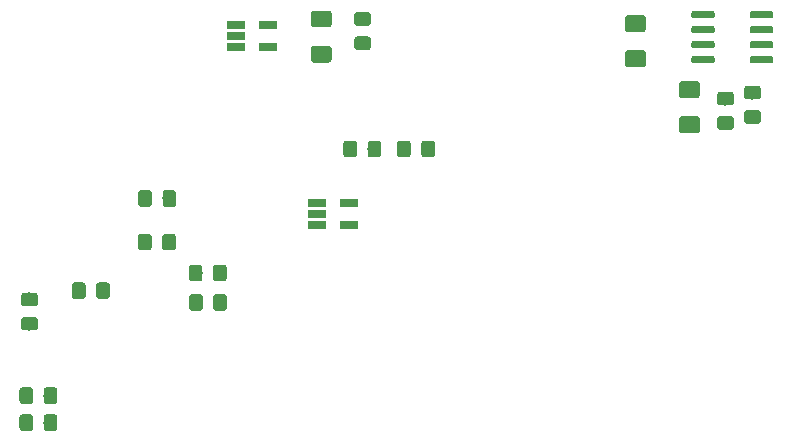
<source format=gbp>
G04 #@! TF.GenerationSoftware,KiCad,Pcbnew,(5.1.2)-1*
G04 #@! TF.CreationDate,2022-03-06T16:41:06-05:00*
G04 #@! TF.ProjectId,telemetry_receiver,74656c65-6d65-4747-9279-5f7265636569,rev?*
G04 #@! TF.SameCoordinates,Original*
G04 #@! TF.FileFunction,Paste,Bot*
G04 #@! TF.FilePolarity,Positive*
%FSLAX46Y46*%
G04 Gerber Fmt 4.6, Leading zero omitted, Abs format (unit mm)*
G04 Created by KiCad (PCBNEW (5.1.2)-1) date 2022-03-06 16:41:06*
%MOMM*%
%LPD*%
G04 APERTURE LIST*
%ADD10C,0.100000*%
%ADD11C,1.425000*%
%ADD12C,1.150000*%
%ADD13R,1.560000X0.650000*%
%ADD14C,0.600000*%
G04 APERTURE END LIST*
D10*
G36*
X154827504Y-77266704D02*
G01*
X154851773Y-77270304D01*
X154875571Y-77276265D01*
X154898671Y-77284530D01*
X154920849Y-77295020D01*
X154941893Y-77307633D01*
X154961598Y-77322247D01*
X154979777Y-77338723D01*
X154996253Y-77356902D01*
X155010867Y-77376607D01*
X155023480Y-77397651D01*
X155033970Y-77419829D01*
X155042235Y-77442929D01*
X155048196Y-77466727D01*
X155051796Y-77490996D01*
X155053000Y-77515500D01*
X155053000Y-78440500D01*
X155051796Y-78465004D01*
X155048196Y-78489273D01*
X155042235Y-78513071D01*
X155033970Y-78536171D01*
X155023480Y-78558349D01*
X155010867Y-78579393D01*
X154996253Y-78599098D01*
X154979777Y-78617277D01*
X154961598Y-78633753D01*
X154941893Y-78648367D01*
X154920849Y-78660980D01*
X154898671Y-78671470D01*
X154875571Y-78679735D01*
X154851773Y-78685696D01*
X154827504Y-78689296D01*
X154803000Y-78690500D01*
X153553000Y-78690500D01*
X153528496Y-78689296D01*
X153504227Y-78685696D01*
X153480429Y-78679735D01*
X153457329Y-78671470D01*
X153435151Y-78660980D01*
X153414107Y-78648367D01*
X153394402Y-78633753D01*
X153376223Y-78617277D01*
X153359747Y-78599098D01*
X153345133Y-78579393D01*
X153332520Y-78558349D01*
X153322030Y-78536171D01*
X153313765Y-78513071D01*
X153307804Y-78489273D01*
X153304204Y-78465004D01*
X153303000Y-78440500D01*
X153303000Y-77515500D01*
X153304204Y-77490996D01*
X153307804Y-77466727D01*
X153313765Y-77442929D01*
X153322030Y-77419829D01*
X153332520Y-77397651D01*
X153345133Y-77376607D01*
X153359747Y-77356902D01*
X153376223Y-77338723D01*
X153394402Y-77322247D01*
X153414107Y-77307633D01*
X153435151Y-77295020D01*
X153457329Y-77284530D01*
X153480429Y-77276265D01*
X153504227Y-77270304D01*
X153528496Y-77266704D01*
X153553000Y-77265500D01*
X154803000Y-77265500D01*
X154827504Y-77266704D01*
X154827504Y-77266704D01*
G37*
D11*
X154178000Y-77978000D03*
D10*
G36*
X154827504Y-80241704D02*
G01*
X154851773Y-80245304D01*
X154875571Y-80251265D01*
X154898671Y-80259530D01*
X154920849Y-80270020D01*
X154941893Y-80282633D01*
X154961598Y-80297247D01*
X154979777Y-80313723D01*
X154996253Y-80331902D01*
X155010867Y-80351607D01*
X155023480Y-80372651D01*
X155033970Y-80394829D01*
X155042235Y-80417929D01*
X155048196Y-80441727D01*
X155051796Y-80465996D01*
X155053000Y-80490500D01*
X155053000Y-81415500D01*
X155051796Y-81440004D01*
X155048196Y-81464273D01*
X155042235Y-81488071D01*
X155033970Y-81511171D01*
X155023480Y-81533349D01*
X155010867Y-81554393D01*
X154996253Y-81574098D01*
X154979777Y-81592277D01*
X154961598Y-81608753D01*
X154941893Y-81623367D01*
X154920849Y-81635980D01*
X154898671Y-81646470D01*
X154875571Y-81654735D01*
X154851773Y-81660696D01*
X154827504Y-81664296D01*
X154803000Y-81665500D01*
X153553000Y-81665500D01*
X153528496Y-81664296D01*
X153504227Y-81660696D01*
X153480429Y-81654735D01*
X153457329Y-81646470D01*
X153435151Y-81635980D01*
X153414107Y-81623367D01*
X153394402Y-81608753D01*
X153376223Y-81592277D01*
X153359747Y-81574098D01*
X153345133Y-81554393D01*
X153332520Y-81533349D01*
X153322030Y-81511171D01*
X153313765Y-81488071D01*
X153307804Y-81464273D01*
X153304204Y-81440004D01*
X153303000Y-81415500D01*
X153303000Y-80490500D01*
X153304204Y-80465996D01*
X153307804Y-80441727D01*
X153313765Y-80417929D01*
X153322030Y-80394829D01*
X153332520Y-80372651D01*
X153345133Y-80351607D01*
X153359747Y-80331902D01*
X153376223Y-80313723D01*
X153394402Y-80297247D01*
X153414107Y-80282633D01*
X153435151Y-80270020D01*
X153457329Y-80259530D01*
X153480429Y-80251265D01*
X153504227Y-80245304D01*
X153528496Y-80241704D01*
X153553000Y-80240500D01*
X154803000Y-80240500D01*
X154827504Y-80241704D01*
X154827504Y-80241704D01*
G37*
D11*
X154178000Y-80953000D03*
D10*
G36*
X98375505Y-105473204D02*
G01*
X98399773Y-105476804D01*
X98423572Y-105482765D01*
X98446671Y-105491030D01*
X98468850Y-105501520D01*
X98489893Y-105514132D01*
X98509599Y-105528747D01*
X98527777Y-105545223D01*
X98544253Y-105563401D01*
X98558868Y-105583107D01*
X98571480Y-105604150D01*
X98581970Y-105626329D01*
X98590235Y-105649428D01*
X98596196Y-105673227D01*
X98599796Y-105697495D01*
X98601000Y-105721999D01*
X98601000Y-106622001D01*
X98599796Y-106646505D01*
X98596196Y-106670773D01*
X98590235Y-106694572D01*
X98581970Y-106717671D01*
X98571480Y-106739850D01*
X98558868Y-106760893D01*
X98544253Y-106780599D01*
X98527777Y-106798777D01*
X98509599Y-106815253D01*
X98489893Y-106829868D01*
X98468850Y-106842480D01*
X98446671Y-106852970D01*
X98423572Y-106861235D01*
X98399773Y-106867196D01*
X98375505Y-106870796D01*
X98351001Y-106872000D01*
X97700999Y-106872000D01*
X97676495Y-106870796D01*
X97652227Y-106867196D01*
X97628428Y-106861235D01*
X97605329Y-106852970D01*
X97583150Y-106842480D01*
X97562107Y-106829868D01*
X97542401Y-106815253D01*
X97524223Y-106798777D01*
X97507747Y-106780599D01*
X97493132Y-106760893D01*
X97480520Y-106739850D01*
X97470030Y-106717671D01*
X97461765Y-106694572D01*
X97455804Y-106670773D01*
X97452204Y-106646505D01*
X97451000Y-106622001D01*
X97451000Y-105721999D01*
X97452204Y-105697495D01*
X97455804Y-105673227D01*
X97461765Y-105649428D01*
X97470030Y-105626329D01*
X97480520Y-105604150D01*
X97493132Y-105583107D01*
X97507747Y-105563401D01*
X97524223Y-105545223D01*
X97542401Y-105528747D01*
X97562107Y-105514132D01*
X97583150Y-105501520D01*
X97605329Y-105491030D01*
X97628428Y-105482765D01*
X97652227Y-105476804D01*
X97676495Y-105473204D01*
X97700999Y-105472000D01*
X98351001Y-105472000D01*
X98375505Y-105473204D01*
X98375505Y-105473204D01*
G37*
D12*
X98026000Y-106172000D03*
D10*
G36*
X100425505Y-105473204D02*
G01*
X100449773Y-105476804D01*
X100473572Y-105482765D01*
X100496671Y-105491030D01*
X100518850Y-105501520D01*
X100539893Y-105514132D01*
X100559599Y-105528747D01*
X100577777Y-105545223D01*
X100594253Y-105563401D01*
X100608868Y-105583107D01*
X100621480Y-105604150D01*
X100631970Y-105626329D01*
X100640235Y-105649428D01*
X100646196Y-105673227D01*
X100649796Y-105697495D01*
X100651000Y-105721999D01*
X100651000Y-106622001D01*
X100649796Y-106646505D01*
X100646196Y-106670773D01*
X100640235Y-106694572D01*
X100631970Y-106717671D01*
X100621480Y-106739850D01*
X100608868Y-106760893D01*
X100594253Y-106780599D01*
X100577777Y-106798777D01*
X100559599Y-106815253D01*
X100539893Y-106829868D01*
X100518850Y-106842480D01*
X100496671Y-106852970D01*
X100473572Y-106861235D01*
X100449773Y-106867196D01*
X100425505Y-106870796D01*
X100401001Y-106872000D01*
X99750999Y-106872000D01*
X99726495Y-106870796D01*
X99702227Y-106867196D01*
X99678428Y-106861235D01*
X99655329Y-106852970D01*
X99633150Y-106842480D01*
X99612107Y-106829868D01*
X99592401Y-106815253D01*
X99574223Y-106798777D01*
X99557747Y-106780599D01*
X99543132Y-106760893D01*
X99530520Y-106739850D01*
X99520030Y-106717671D01*
X99511765Y-106694572D01*
X99505804Y-106670773D01*
X99502204Y-106646505D01*
X99501000Y-106622001D01*
X99501000Y-105721999D01*
X99502204Y-105697495D01*
X99505804Y-105673227D01*
X99511765Y-105649428D01*
X99520030Y-105626329D01*
X99530520Y-105604150D01*
X99543132Y-105583107D01*
X99557747Y-105563401D01*
X99574223Y-105545223D01*
X99592401Y-105528747D01*
X99612107Y-105514132D01*
X99633150Y-105501520D01*
X99655329Y-105491030D01*
X99678428Y-105482765D01*
X99702227Y-105476804D01*
X99726495Y-105473204D01*
X99750999Y-105472000D01*
X100401001Y-105472000D01*
X100425505Y-105473204D01*
X100425505Y-105473204D01*
G37*
D12*
X100076000Y-106172000D03*
D13*
X115800000Y-74400000D03*
X115800000Y-73450000D03*
X115800000Y-72500000D03*
X118500000Y-72500000D03*
X118500000Y-74400000D03*
X122650000Y-89450000D03*
X122650000Y-88500000D03*
X122650000Y-87550000D03*
X125350000Y-87550000D03*
X125350000Y-89450000D03*
D10*
G36*
X156163703Y-75138722D02*
G01*
X156178264Y-75140882D01*
X156192543Y-75144459D01*
X156206403Y-75149418D01*
X156219710Y-75155712D01*
X156232336Y-75163280D01*
X156244159Y-75172048D01*
X156255066Y-75181934D01*
X156264952Y-75192841D01*
X156273720Y-75204664D01*
X156281288Y-75217290D01*
X156287582Y-75230597D01*
X156292541Y-75244457D01*
X156296118Y-75258736D01*
X156298278Y-75273297D01*
X156299000Y-75288000D01*
X156299000Y-75588000D01*
X156298278Y-75602703D01*
X156296118Y-75617264D01*
X156292541Y-75631543D01*
X156287582Y-75645403D01*
X156281288Y-75658710D01*
X156273720Y-75671336D01*
X156264952Y-75683159D01*
X156255066Y-75694066D01*
X156244159Y-75703952D01*
X156232336Y-75712720D01*
X156219710Y-75720288D01*
X156206403Y-75726582D01*
X156192543Y-75731541D01*
X156178264Y-75735118D01*
X156163703Y-75737278D01*
X156149000Y-75738000D01*
X154499000Y-75738000D01*
X154484297Y-75737278D01*
X154469736Y-75735118D01*
X154455457Y-75731541D01*
X154441597Y-75726582D01*
X154428290Y-75720288D01*
X154415664Y-75712720D01*
X154403841Y-75703952D01*
X154392934Y-75694066D01*
X154383048Y-75683159D01*
X154374280Y-75671336D01*
X154366712Y-75658710D01*
X154360418Y-75645403D01*
X154355459Y-75631543D01*
X154351882Y-75617264D01*
X154349722Y-75602703D01*
X154349000Y-75588000D01*
X154349000Y-75288000D01*
X154349722Y-75273297D01*
X154351882Y-75258736D01*
X154355459Y-75244457D01*
X154360418Y-75230597D01*
X154366712Y-75217290D01*
X154374280Y-75204664D01*
X154383048Y-75192841D01*
X154392934Y-75181934D01*
X154403841Y-75172048D01*
X154415664Y-75163280D01*
X154428290Y-75155712D01*
X154441597Y-75149418D01*
X154455457Y-75144459D01*
X154469736Y-75140882D01*
X154484297Y-75138722D01*
X154499000Y-75138000D01*
X156149000Y-75138000D01*
X156163703Y-75138722D01*
X156163703Y-75138722D01*
G37*
D14*
X155324000Y-75438000D03*
D10*
G36*
X156163703Y-73868722D02*
G01*
X156178264Y-73870882D01*
X156192543Y-73874459D01*
X156206403Y-73879418D01*
X156219710Y-73885712D01*
X156232336Y-73893280D01*
X156244159Y-73902048D01*
X156255066Y-73911934D01*
X156264952Y-73922841D01*
X156273720Y-73934664D01*
X156281288Y-73947290D01*
X156287582Y-73960597D01*
X156292541Y-73974457D01*
X156296118Y-73988736D01*
X156298278Y-74003297D01*
X156299000Y-74018000D01*
X156299000Y-74318000D01*
X156298278Y-74332703D01*
X156296118Y-74347264D01*
X156292541Y-74361543D01*
X156287582Y-74375403D01*
X156281288Y-74388710D01*
X156273720Y-74401336D01*
X156264952Y-74413159D01*
X156255066Y-74424066D01*
X156244159Y-74433952D01*
X156232336Y-74442720D01*
X156219710Y-74450288D01*
X156206403Y-74456582D01*
X156192543Y-74461541D01*
X156178264Y-74465118D01*
X156163703Y-74467278D01*
X156149000Y-74468000D01*
X154499000Y-74468000D01*
X154484297Y-74467278D01*
X154469736Y-74465118D01*
X154455457Y-74461541D01*
X154441597Y-74456582D01*
X154428290Y-74450288D01*
X154415664Y-74442720D01*
X154403841Y-74433952D01*
X154392934Y-74424066D01*
X154383048Y-74413159D01*
X154374280Y-74401336D01*
X154366712Y-74388710D01*
X154360418Y-74375403D01*
X154355459Y-74361543D01*
X154351882Y-74347264D01*
X154349722Y-74332703D01*
X154349000Y-74318000D01*
X154349000Y-74018000D01*
X154349722Y-74003297D01*
X154351882Y-73988736D01*
X154355459Y-73974457D01*
X154360418Y-73960597D01*
X154366712Y-73947290D01*
X154374280Y-73934664D01*
X154383048Y-73922841D01*
X154392934Y-73911934D01*
X154403841Y-73902048D01*
X154415664Y-73893280D01*
X154428290Y-73885712D01*
X154441597Y-73879418D01*
X154455457Y-73874459D01*
X154469736Y-73870882D01*
X154484297Y-73868722D01*
X154499000Y-73868000D01*
X156149000Y-73868000D01*
X156163703Y-73868722D01*
X156163703Y-73868722D01*
G37*
D14*
X155324000Y-74168000D03*
D10*
G36*
X156163703Y-72598722D02*
G01*
X156178264Y-72600882D01*
X156192543Y-72604459D01*
X156206403Y-72609418D01*
X156219710Y-72615712D01*
X156232336Y-72623280D01*
X156244159Y-72632048D01*
X156255066Y-72641934D01*
X156264952Y-72652841D01*
X156273720Y-72664664D01*
X156281288Y-72677290D01*
X156287582Y-72690597D01*
X156292541Y-72704457D01*
X156296118Y-72718736D01*
X156298278Y-72733297D01*
X156299000Y-72748000D01*
X156299000Y-73048000D01*
X156298278Y-73062703D01*
X156296118Y-73077264D01*
X156292541Y-73091543D01*
X156287582Y-73105403D01*
X156281288Y-73118710D01*
X156273720Y-73131336D01*
X156264952Y-73143159D01*
X156255066Y-73154066D01*
X156244159Y-73163952D01*
X156232336Y-73172720D01*
X156219710Y-73180288D01*
X156206403Y-73186582D01*
X156192543Y-73191541D01*
X156178264Y-73195118D01*
X156163703Y-73197278D01*
X156149000Y-73198000D01*
X154499000Y-73198000D01*
X154484297Y-73197278D01*
X154469736Y-73195118D01*
X154455457Y-73191541D01*
X154441597Y-73186582D01*
X154428290Y-73180288D01*
X154415664Y-73172720D01*
X154403841Y-73163952D01*
X154392934Y-73154066D01*
X154383048Y-73143159D01*
X154374280Y-73131336D01*
X154366712Y-73118710D01*
X154360418Y-73105403D01*
X154355459Y-73091543D01*
X154351882Y-73077264D01*
X154349722Y-73062703D01*
X154349000Y-73048000D01*
X154349000Y-72748000D01*
X154349722Y-72733297D01*
X154351882Y-72718736D01*
X154355459Y-72704457D01*
X154360418Y-72690597D01*
X154366712Y-72677290D01*
X154374280Y-72664664D01*
X154383048Y-72652841D01*
X154392934Y-72641934D01*
X154403841Y-72632048D01*
X154415664Y-72623280D01*
X154428290Y-72615712D01*
X154441597Y-72609418D01*
X154455457Y-72604459D01*
X154469736Y-72600882D01*
X154484297Y-72598722D01*
X154499000Y-72598000D01*
X156149000Y-72598000D01*
X156163703Y-72598722D01*
X156163703Y-72598722D01*
G37*
D14*
X155324000Y-72898000D03*
D10*
G36*
X156163703Y-71328722D02*
G01*
X156178264Y-71330882D01*
X156192543Y-71334459D01*
X156206403Y-71339418D01*
X156219710Y-71345712D01*
X156232336Y-71353280D01*
X156244159Y-71362048D01*
X156255066Y-71371934D01*
X156264952Y-71382841D01*
X156273720Y-71394664D01*
X156281288Y-71407290D01*
X156287582Y-71420597D01*
X156292541Y-71434457D01*
X156296118Y-71448736D01*
X156298278Y-71463297D01*
X156299000Y-71478000D01*
X156299000Y-71778000D01*
X156298278Y-71792703D01*
X156296118Y-71807264D01*
X156292541Y-71821543D01*
X156287582Y-71835403D01*
X156281288Y-71848710D01*
X156273720Y-71861336D01*
X156264952Y-71873159D01*
X156255066Y-71884066D01*
X156244159Y-71893952D01*
X156232336Y-71902720D01*
X156219710Y-71910288D01*
X156206403Y-71916582D01*
X156192543Y-71921541D01*
X156178264Y-71925118D01*
X156163703Y-71927278D01*
X156149000Y-71928000D01*
X154499000Y-71928000D01*
X154484297Y-71927278D01*
X154469736Y-71925118D01*
X154455457Y-71921541D01*
X154441597Y-71916582D01*
X154428290Y-71910288D01*
X154415664Y-71902720D01*
X154403841Y-71893952D01*
X154392934Y-71884066D01*
X154383048Y-71873159D01*
X154374280Y-71861336D01*
X154366712Y-71848710D01*
X154360418Y-71835403D01*
X154355459Y-71821543D01*
X154351882Y-71807264D01*
X154349722Y-71792703D01*
X154349000Y-71778000D01*
X154349000Y-71478000D01*
X154349722Y-71463297D01*
X154351882Y-71448736D01*
X154355459Y-71434457D01*
X154360418Y-71420597D01*
X154366712Y-71407290D01*
X154374280Y-71394664D01*
X154383048Y-71382841D01*
X154392934Y-71371934D01*
X154403841Y-71362048D01*
X154415664Y-71353280D01*
X154428290Y-71345712D01*
X154441597Y-71339418D01*
X154455457Y-71334459D01*
X154469736Y-71330882D01*
X154484297Y-71328722D01*
X154499000Y-71328000D01*
X156149000Y-71328000D01*
X156163703Y-71328722D01*
X156163703Y-71328722D01*
G37*
D14*
X155324000Y-71628000D03*
D10*
G36*
X161113703Y-71328722D02*
G01*
X161128264Y-71330882D01*
X161142543Y-71334459D01*
X161156403Y-71339418D01*
X161169710Y-71345712D01*
X161182336Y-71353280D01*
X161194159Y-71362048D01*
X161205066Y-71371934D01*
X161214952Y-71382841D01*
X161223720Y-71394664D01*
X161231288Y-71407290D01*
X161237582Y-71420597D01*
X161242541Y-71434457D01*
X161246118Y-71448736D01*
X161248278Y-71463297D01*
X161249000Y-71478000D01*
X161249000Y-71778000D01*
X161248278Y-71792703D01*
X161246118Y-71807264D01*
X161242541Y-71821543D01*
X161237582Y-71835403D01*
X161231288Y-71848710D01*
X161223720Y-71861336D01*
X161214952Y-71873159D01*
X161205066Y-71884066D01*
X161194159Y-71893952D01*
X161182336Y-71902720D01*
X161169710Y-71910288D01*
X161156403Y-71916582D01*
X161142543Y-71921541D01*
X161128264Y-71925118D01*
X161113703Y-71927278D01*
X161099000Y-71928000D01*
X159449000Y-71928000D01*
X159434297Y-71927278D01*
X159419736Y-71925118D01*
X159405457Y-71921541D01*
X159391597Y-71916582D01*
X159378290Y-71910288D01*
X159365664Y-71902720D01*
X159353841Y-71893952D01*
X159342934Y-71884066D01*
X159333048Y-71873159D01*
X159324280Y-71861336D01*
X159316712Y-71848710D01*
X159310418Y-71835403D01*
X159305459Y-71821543D01*
X159301882Y-71807264D01*
X159299722Y-71792703D01*
X159299000Y-71778000D01*
X159299000Y-71478000D01*
X159299722Y-71463297D01*
X159301882Y-71448736D01*
X159305459Y-71434457D01*
X159310418Y-71420597D01*
X159316712Y-71407290D01*
X159324280Y-71394664D01*
X159333048Y-71382841D01*
X159342934Y-71371934D01*
X159353841Y-71362048D01*
X159365664Y-71353280D01*
X159378290Y-71345712D01*
X159391597Y-71339418D01*
X159405457Y-71334459D01*
X159419736Y-71330882D01*
X159434297Y-71328722D01*
X159449000Y-71328000D01*
X161099000Y-71328000D01*
X161113703Y-71328722D01*
X161113703Y-71328722D01*
G37*
D14*
X160274000Y-71628000D03*
D10*
G36*
X161113703Y-72598722D02*
G01*
X161128264Y-72600882D01*
X161142543Y-72604459D01*
X161156403Y-72609418D01*
X161169710Y-72615712D01*
X161182336Y-72623280D01*
X161194159Y-72632048D01*
X161205066Y-72641934D01*
X161214952Y-72652841D01*
X161223720Y-72664664D01*
X161231288Y-72677290D01*
X161237582Y-72690597D01*
X161242541Y-72704457D01*
X161246118Y-72718736D01*
X161248278Y-72733297D01*
X161249000Y-72748000D01*
X161249000Y-73048000D01*
X161248278Y-73062703D01*
X161246118Y-73077264D01*
X161242541Y-73091543D01*
X161237582Y-73105403D01*
X161231288Y-73118710D01*
X161223720Y-73131336D01*
X161214952Y-73143159D01*
X161205066Y-73154066D01*
X161194159Y-73163952D01*
X161182336Y-73172720D01*
X161169710Y-73180288D01*
X161156403Y-73186582D01*
X161142543Y-73191541D01*
X161128264Y-73195118D01*
X161113703Y-73197278D01*
X161099000Y-73198000D01*
X159449000Y-73198000D01*
X159434297Y-73197278D01*
X159419736Y-73195118D01*
X159405457Y-73191541D01*
X159391597Y-73186582D01*
X159378290Y-73180288D01*
X159365664Y-73172720D01*
X159353841Y-73163952D01*
X159342934Y-73154066D01*
X159333048Y-73143159D01*
X159324280Y-73131336D01*
X159316712Y-73118710D01*
X159310418Y-73105403D01*
X159305459Y-73091543D01*
X159301882Y-73077264D01*
X159299722Y-73062703D01*
X159299000Y-73048000D01*
X159299000Y-72748000D01*
X159299722Y-72733297D01*
X159301882Y-72718736D01*
X159305459Y-72704457D01*
X159310418Y-72690597D01*
X159316712Y-72677290D01*
X159324280Y-72664664D01*
X159333048Y-72652841D01*
X159342934Y-72641934D01*
X159353841Y-72632048D01*
X159365664Y-72623280D01*
X159378290Y-72615712D01*
X159391597Y-72609418D01*
X159405457Y-72604459D01*
X159419736Y-72600882D01*
X159434297Y-72598722D01*
X159449000Y-72598000D01*
X161099000Y-72598000D01*
X161113703Y-72598722D01*
X161113703Y-72598722D01*
G37*
D14*
X160274000Y-72898000D03*
D10*
G36*
X161113703Y-73868722D02*
G01*
X161128264Y-73870882D01*
X161142543Y-73874459D01*
X161156403Y-73879418D01*
X161169710Y-73885712D01*
X161182336Y-73893280D01*
X161194159Y-73902048D01*
X161205066Y-73911934D01*
X161214952Y-73922841D01*
X161223720Y-73934664D01*
X161231288Y-73947290D01*
X161237582Y-73960597D01*
X161242541Y-73974457D01*
X161246118Y-73988736D01*
X161248278Y-74003297D01*
X161249000Y-74018000D01*
X161249000Y-74318000D01*
X161248278Y-74332703D01*
X161246118Y-74347264D01*
X161242541Y-74361543D01*
X161237582Y-74375403D01*
X161231288Y-74388710D01*
X161223720Y-74401336D01*
X161214952Y-74413159D01*
X161205066Y-74424066D01*
X161194159Y-74433952D01*
X161182336Y-74442720D01*
X161169710Y-74450288D01*
X161156403Y-74456582D01*
X161142543Y-74461541D01*
X161128264Y-74465118D01*
X161113703Y-74467278D01*
X161099000Y-74468000D01*
X159449000Y-74468000D01*
X159434297Y-74467278D01*
X159419736Y-74465118D01*
X159405457Y-74461541D01*
X159391597Y-74456582D01*
X159378290Y-74450288D01*
X159365664Y-74442720D01*
X159353841Y-74433952D01*
X159342934Y-74424066D01*
X159333048Y-74413159D01*
X159324280Y-74401336D01*
X159316712Y-74388710D01*
X159310418Y-74375403D01*
X159305459Y-74361543D01*
X159301882Y-74347264D01*
X159299722Y-74332703D01*
X159299000Y-74318000D01*
X159299000Y-74018000D01*
X159299722Y-74003297D01*
X159301882Y-73988736D01*
X159305459Y-73974457D01*
X159310418Y-73960597D01*
X159316712Y-73947290D01*
X159324280Y-73934664D01*
X159333048Y-73922841D01*
X159342934Y-73911934D01*
X159353841Y-73902048D01*
X159365664Y-73893280D01*
X159378290Y-73885712D01*
X159391597Y-73879418D01*
X159405457Y-73874459D01*
X159419736Y-73870882D01*
X159434297Y-73868722D01*
X159449000Y-73868000D01*
X161099000Y-73868000D01*
X161113703Y-73868722D01*
X161113703Y-73868722D01*
G37*
D14*
X160274000Y-74168000D03*
D10*
G36*
X161113703Y-75138722D02*
G01*
X161128264Y-75140882D01*
X161142543Y-75144459D01*
X161156403Y-75149418D01*
X161169710Y-75155712D01*
X161182336Y-75163280D01*
X161194159Y-75172048D01*
X161205066Y-75181934D01*
X161214952Y-75192841D01*
X161223720Y-75204664D01*
X161231288Y-75217290D01*
X161237582Y-75230597D01*
X161242541Y-75244457D01*
X161246118Y-75258736D01*
X161248278Y-75273297D01*
X161249000Y-75288000D01*
X161249000Y-75588000D01*
X161248278Y-75602703D01*
X161246118Y-75617264D01*
X161242541Y-75631543D01*
X161237582Y-75645403D01*
X161231288Y-75658710D01*
X161223720Y-75671336D01*
X161214952Y-75683159D01*
X161205066Y-75694066D01*
X161194159Y-75703952D01*
X161182336Y-75712720D01*
X161169710Y-75720288D01*
X161156403Y-75726582D01*
X161142543Y-75731541D01*
X161128264Y-75735118D01*
X161113703Y-75737278D01*
X161099000Y-75738000D01*
X159449000Y-75738000D01*
X159434297Y-75737278D01*
X159419736Y-75735118D01*
X159405457Y-75731541D01*
X159391597Y-75726582D01*
X159378290Y-75720288D01*
X159365664Y-75712720D01*
X159353841Y-75703952D01*
X159342934Y-75694066D01*
X159333048Y-75683159D01*
X159324280Y-75671336D01*
X159316712Y-75658710D01*
X159310418Y-75645403D01*
X159305459Y-75631543D01*
X159301882Y-75617264D01*
X159299722Y-75602703D01*
X159299000Y-75588000D01*
X159299000Y-75288000D01*
X159299722Y-75273297D01*
X159301882Y-75258736D01*
X159305459Y-75244457D01*
X159310418Y-75230597D01*
X159316712Y-75217290D01*
X159324280Y-75204664D01*
X159333048Y-75192841D01*
X159342934Y-75181934D01*
X159353841Y-75172048D01*
X159365664Y-75163280D01*
X159378290Y-75155712D01*
X159391597Y-75149418D01*
X159405457Y-75144459D01*
X159419736Y-75140882D01*
X159434297Y-75138722D01*
X159449000Y-75138000D01*
X161099000Y-75138000D01*
X161113703Y-75138722D01*
X161113703Y-75138722D01*
G37*
D14*
X160274000Y-75438000D03*
D10*
G36*
X98375505Y-103187204D02*
G01*
X98399773Y-103190804D01*
X98423572Y-103196765D01*
X98446671Y-103205030D01*
X98468850Y-103215520D01*
X98489893Y-103228132D01*
X98509599Y-103242747D01*
X98527777Y-103259223D01*
X98544253Y-103277401D01*
X98558868Y-103297107D01*
X98571480Y-103318150D01*
X98581970Y-103340329D01*
X98590235Y-103363428D01*
X98596196Y-103387227D01*
X98599796Y-103411495D01*
X98601000Y-103435999D01*
X98601000Y-104336001D01*
X98599796Y-104360505D01*
X98596196Y-104384773D01*
X98590235Y-104408572D01*
X98581970Y-104431671D01*
X98571480Y-104453850D01*
X98558868Y-104474893D01*
X98544253Y-104494599D01*
X98527777Y-104512777D01*
X98509599Y-104529253D01*
X98489893Y-104543868D01*
X98468850Y-104556480D01*
X98446671Y-104566970D01*
X98423572Y-104575235D01*
X98399773Y-104581196D01*
X98375505Y-104584796D01*
X98351001Y-104586000D01*
X97700999Y-104586000D01*
X97676495Y-104584796D01*
X97652227Y-104581196D01*
X97628428Y-104575235D01*
X97605329Y-104566970D01*
X97583150Y-104556480D01*
X97562107Y-104543868D01*
X97542401Y-104529253D01*
X97524223Y-104512777D01*
X97507747Y-104494599D01*
X97493132Y-104474893D01*
X97480520Y-104453850D01*
X97470030Y-104431671D01*
X97461765Y-104408572D01*
X97455804Y-104384773D01*
X97452204Y-104360505D01*
X97451000Y-104336001D01*
X97451000Y-103435999D01*
X97452204Y-103411495D01*
X97455804Y-103387227D01*
X97461765Y-103363428D01*
X97470030Y-103340329D01*
X97480520Y-103318150D01*
X97493132Y-103297107D01*
X97507747Y-103277401D01*
X97524223Y-103259223D01*
X97542401Y-103242747D01*
X97562107Y-103228132D01*
X97583150Y-103215520D01*
X97605329Y-103205030D01*
X97628428Y-103196765D01*
X97652227Y-103190804D01*
X97676495Y-103187204D01*
X97700999Y-103186000D01*
X98351001Y-103186000D01*
X98375505Y-103187204D01*
X98375505Y-103187204D01*
G37*
D12*
X98026000Y-103886000D03*
D10*
G36*
X100425505Y-103187204D02*
G01*
X100449773Y-103190804D01*
X100473572Y-103196765D01*
X100496671Y-103205030D01*
X100518850Y-103215520D01*
X100539893Y-103228132D01*
X100559599Y-103242747D01*
X100577777Y-103259223D01*
X100594253Y-103277401D01*
X100608868Y-103297107D01*
X100621480Y-103318150D01*
X100631970Y-103340329D01*
X100640235Y-103363428D01*
X100646196Y-103387227D01*
X100649796Y-103411495D01*
X100651000Y-103435999D01*
X100651000Y-104336001D01*
X100649796Y-104360505D01*
X100646196Y-104384773D01*
X100640235Y-104408572D01*
X100631970Y-104431671D01*
X100621480Y-104453850D01*
X100608868Y-104474893D01*
X100594253Y-104494599D01*
X100577777Y-104512777D01*
X100559599Y-104529253D01*
X100539893Y-104543868D01*
X100518850Y-104556480D01*
X100496671Y-104566970D01*
X100473572Y-104575235D01*
X100449773Y-104581196D01*
X100425505Y-104584796D01*
X100401001Y-104586000D01*
X99750999Y-104586000D01*
X99726495Y-104584796D01*
X99702227Y-104581196D01*
X99678428Y-104575235D01*
X99655329Y-104566970D01*
X99633150Y-104556480D01*
X99612107Y-104543868D01*
X99592401Y-104529253D01*
X99574223Y-104512777D01*
X99557747Y-104494599D01*
X99543132Y-104474893D01*
X99530520Y-104453850D01*
X99520030Y-104431671D01*
X99511765Y-104408572D01*
X99505804Y-104384773D01*
X99502204Y-104360505D01*
X99501000Y-104336001D01*
X99501000Y-103435999D01*
X99502204Y-103411495D01*
X99505804Y-103387227D01*
X99511765Y-103363428D01*
X99520030Y-103340329D01*
X99530520Y-103318150D01*
X99543132Y-103297107D01*
X99557747Y-103277401D01*
X99574223Y-103259223D01*
X99592401Y-103242747D01*
X99612107Y-103228132D01*
X99633150Y-103215520D01*
X99655329Y-103205030D01*
X99678428Y-103196765D01*
X99702227Y-103190804D01*
X99726495Y-103187204D01*
X99750999Y-103186000D01*
X100401001Y-103186000D01*
X100425505Y-103187204D01*
X100425505Y-103187204D01*
G37*
D12*
X100076000Y-103886000D03*
D10*
G36*
X123649504Y-74263704D02*
G01*
X123673773Y-74267304D01*
X123697571Y-74273265D01*
X123720671Y-74281530D01*
X123742849Y-74292020D01*
X123763893Y-74304633D01*
X123783598Y-74319247D01*
X123801777Y-74335723D01*
X123818253Y-74353902D01*
X123832867Y-74373607D01*
X123845480Y-74394651D01*
X123855970Y-74416829D01*
X123864235Y-74439929D01*
X123870196Y-74463727D01*
X123873796Y-74487996D01*
X123875000Y-74512500D01*
X123875000Y-75437500D01*
X123873796Y-75462004D01*
X123870196Y-75486273D01*
X123864235Y-75510071D01*
X123855970Y-75533171D01*
X123845480Y-75555349D01*
X123832867Y-75576393D01*
X123818253Y-75596098D01*
X123801777Y-75614277D01*
X123783598Y-75630753D01*
X123763893Y-75645367D01*
X123742849Y-75657980D01*
X123720671Y-75668470D01*
X123697571Y-75676735D01*
X123673773Y-75682696D01*
X123649504Y-75686296D01*
X123625000Y-75687500D01*
X122375000Y-75687500D01*
X122350496Y-75686296D01*
X122326227Y-75682696D01*
X122302429Y-75676735D01*
X122279329Y-75668470D01*
X122257151Y-75657980D01*
X122236107Y-75645367D01*
X122216402Y-75630753D01*
X122198223Y-75614277D01*
X122181747Y-75596098D01*
X122167133Y-75576393D01*
X122154520Y-75555349D01*
X122144030Y-75533171D01*
X122135765Y-75510071D01*
X122129804Y-75486273D01*
X122126204Y-75462004D01*
X122125000Y-75437500D01*
X122125000Y-74512500D01*
X122126204Y-74487996D01*
X122129804Y-74463727D01*
X122135765Y-74439929D01*
X122144030Y-74416829D01*
X122154520Y-74394651D01*
X122167133Y-74373607D01*
X122181747Y-74353902D01*
X122198223Y-74335723D01*
X122216402Y-74319247D01*
X122236107Y-74304633D01*
X122257151Y-74292020D01*
X122279329Y-74281530D01*
X122302429Y-74273265D01*
X122326227Y-74267304D01*
X122350496Y-74263704D01*
X122375000Y-74262500D01*
X123625000Y-74262500D01*
X123649504Y-74263704D01*
X123649504Y-74263704D01*
G37*
D11*
X123000000Y-74975000D03*
D10*
G36*
X123649504Y-71288704D02*
G01*
X123673773Y-71292304D01*
X123697571Y-71298265D01*
X123720671Y-71306530D01*
X123742849Y-71317020D01*
X123763893Y-71329633D01*
X123783598Y-71344247D01*
X123801777Y-71360723D01*
X123818253Y-71378902D01*
X123832867Y-71398607D01*
X123845480Y-71419651D01*
X123855970Y-71441829D01*
X123864235Y-71464929D01*
X123870196Y-71488727D01*
X123873796Y-71512996D01*
X123875000Y-71537500D01*
X123875000Y-72462500D01*
X123873796Y-72487004D01*
X123870196Y-72511273D01*
X123864235Y-72535071D01*
X123855970Y-72558171D01*
X123845480Y-72580349D01*
X123832867Y-72601393D01*
X123818253Y-72621098D01*
X123801777Y-72639277D01*
X123783598Y-72655753D01*
X123763893Y-72670367D01*
X123742849Y-72682980D01*
X123720671Y-72693470D01*
X123697571Y-72701735D01*
X123673773Y-72707696D01*
X123649504Y-72711296D01*
X123625000Y-72712500D01*
X122375000Y-72712500D01*
X122350496Y-72711296D01*
X122326227Y-72707696D01*
X122302429Y-72701735D01*
X122279329Y-72693470D01*
X122257151Y-72682980D01*
X122236107Y-72670367D01*
X122216402Y-72655753D01*
X122198223Y-72639277D01*
X122181747Y-72621098D01*
X122167133Y-72601393D01*
X122154520Y-72580349D01*
X122144030Y-72558171D01*
X122135765Y-72535071D01*
X122129804Y-72511273D01*
X122126204Y-72487004D01*
X122125000Y-72462500D01*
X122125000Y-71537500D01*
X122126204Y-71512996D01*
X122129804Y-71488727D01*
X122135765Y-71464929D01*
X122144030Y-71441829D01*
X122154520Y-71419651D01*
X122167133Y-71398607D01*
X122181747Y-71378902D01*
X122198223Y-71360723D01*
X122216402Y-71344247D01*
X122236107Y-71329633D01*
X122257151Y-71317020D01*
X122279329Y-71306530D01*
X122302429Y-71298265D01*
X122326227Y-71292304D01*
X122350496Y-71288704D01*
X122375000Y-71287500D01*
X123625000Y-71287500D01*
X123649504Y-71288704D01*
X123649504Y-71288704D01*
G37*
D11*
X123000000Y-72000000D03*
D10*
G36*
X150255504Y-74653704D02*
G01*
X150279773Y-74657304D01*
X150303571Y-74663265D01*
X150326671Y-74671530D01*
X150348849Y-74682020D01*
X150369893Y-74694633D01*
X150389598Y-74709247D01*
X150407777Y-74725723D01*
X150424253Y-74743902D01*
X150438867Y-74763607D01*
X150451480Y-74784651D01*
X150461970Y-74806829D01*
X150470235Y-74829929D01*
X150476196Y-74853727D01*
X150479796Y-74877996D01*
X150481000Y-74902500D01*
X150481000Y-75827500D01*
X150479796Y-75852004D01*
X150476196Y-75876273D01*
X150470235Y-75900071D01*
X150461970Y-75923171D01*
X150451480Y-75945349D01*
X150438867Y-75966393D01*
X150424253Y-75986098D01*
X150407777Y-76004277D01*
X150389598Y-76020753D01*
X150369893Y-76035367D01*
X150348849Y-76047980D01*
X150326671Y-76058470D01*
X150303571Y-76066735D01*
X150279773Y-76072696D01*
X150255504Y-76076296D01*
X150231000Y-76077500D01*
X148981000Y-76077500D01*
X148956496Y-76076296D01*
X148932227Y-76072696D01*
X148908429Y-76066735D01*
X148885329Y-76058470D01*
X148863151Y-76047980D01*
X148842107Y-76035367D01*
X148822402Y-76020753D01*
X148804223Y-76004277D01*
X148787747Y-75986098D01*
X148773133Y-75966393D01*
X148760520Y-75945349D01*
X148750030Y-75923171D01*
X148741765Y-75900071D01*
X148735804Y-75876273D01*
X148732204Y-75852004D01*
X148731000Y-75827500D01*
X148731000Y-74902500D01*
X148732204Y-74877996D01*
X148735804Y-74853727D01*
X148741765Y-74829929D01*
X148750030Y-74806829D01*
X148760520Y-74784651D01*
X148773133Y-74763607D01*
X148787747Y-74743902D01*
X148804223Y-74725723D01*
X148822402Y-74709247D01*
X148842107Y-74694633D01*
X148863151Y-74682020D01*
X148885329Y-74671530D01*
X148908429Y-74663265D01*
X148932227Y-74657304D01*
X148956496Y-74653704D01*
X148981000Y-74652500D01*
X150231000Y-74652500D01*
X150255504Y-74653704D01*
X150255504Y-74653704D01*
G37*
D11*
X149606000Y-75365000D03*
D10*
G36*
X150255504Y-71678704D02*
G01*
X150279773Y-71682304D01*
X150303571Y-71688265D01*
X150326671Y-71696530D01*
X150348849Y-71707020D01*
X150369893Y-71719633D01*
X150389598Y-71734247D01*
X150407777Y-71750723D01*
X150424253Y-71768902D01*
X150438867Y-71788607D01*
X150451480Y-71809651D01*
X150461970Y-71831829D01*
X150470235Y-71854929D01*
X150476196Y-71878727D01*
X150479796Y-71902996D01*
X150481000Y-71927500D01*
X150481000Y-72852500D01*
X150479796Y-72877004D01*
X150476196Y-72901273D01*
X150470235Y-72925071D01*
X150461970Y-72948171D01*
X150451480Y-72970349D01*
X150438867Y-72991393D01*
X150424253Y-73011098D01*
X150407777Y-73029277D01*
X150389598Y-73045753D01*
X150369893Y-73060367D01*
X150348849Y-73072980D01*
X150326671Y-73083470D01*
X150303571Y-73091735D01*
X150279773Y-73097696D01*
X150255504Y-73101296D01*
X150231000Y-73102500D01*
X148981000Y-73102500D01*
X148956496Y-73101296D01*
X148932227Y-73097696D01*
X148908429Y-73091735D01*
X148885329Y-73083470D01*
X148863151Y-73072980D01*
X148842107Y-73060367D01*
X148822402Y-73045753D01*
X148804223Y-73029277D01*
X148787747Y-73011098D01*
X148773133Y-72991393D01*
X148760520Y-72970349D01*
X148750030Y-72948171D01*
X148741765Y-72925071D01*
X148735804Y-72901273D01*
X148732204Y-72877004D01*
X148731000Y-72852500D01*
X148731000Y-71927500D01*
X148732204Y-71902996D01*
X148735804Y-71878727D01*
X148741765Y-71854929D01*
X148750030Y-71831829D01*
X148760520Y-71809651D01*
X148773133Y-71788607D01*
X148787747Y-71768902D01*
X148804223Y-71750723D01*
X148822402Y-71734247D01*
X148842107Y-71719633D01*
X148863151Y-71707020D01*
X148885329Y-71696530D01*
X148908429Y-71688265D01*
X148932227Y-71682304D01*
X148956496Y-71678704D01*
X148981000Y-71677500D01*
X150231000Y-71677500D01*
X150255504Y-71678704D01*
X150255504Y-71678704D01*
G37*
D11*
X149606000Y-72390000D03*
D10*
G36*
X110490185Y-86498844D02*
G01*
X110514453Y-86502444D01*
X110538252Y-86508405D01*
X110561351Y-86516670D01*
X110583530Y-86527160D01*
X110604573Y-86539772D01*
X110624279Y-86554387D01*
X110642457Y-86570863D01*
X110658933Y-86589041D01*
X110673548Y-86608747D01*
X110686160Y-86629790D01*
X110696650Y-86651969D01*
X110704915Y-86675068D01*
X110710876Y-86698867D01*
X110714476Y-86723135D01*
X110715680Y-86747639D01*
X110715680Y-87647641D01*
X110714476Y-87672145D01*
X110710876Y-87696413D01*
X110704915Y-87720212D01*
X110696650Y-87743311D01*
X110686160Y-87765490D01*
X110673548Y-87786533D01*
X110658933Y-87806239D01*
X110642457Y-87824417D01*
X110624279Y-87840893D01*
X110604573Y-87855508D01*
X110583530Y-87868120D01*
X110561351Y-87878610D01*
X110538252Y-87886875D01*
X110514453Y-87892836D01*
X110490185Y-87896436D01*
X110465681Y-87897640D01*
X109815679Y-87897640D01*
X109791175Y-87896436D01*
X109766907Y-87892836D01*
X109743108Y-87886875D01*
X109720009Y-87878610D01*
X109697830Y-87868120D01*
X109676787Y-87855508D01*
X109657081Y-87840893D01*
X109638903Y-87824417D01*
X109622427Y-87806239D01*
X109607812Y-87786533D01*
X109595200Y-87765490D01*
X109584710Y-87743311D01*
X109576445Y-87720212D01*
X109570484Y-87696413D01*
X109566884Y-87672145D01*
X109565680Y-87647641D01*
X109565680Y-86747639D01*
X109566884Y-86723135D01*
X109570484Y-86698867D01*
X109576445Y-86675068D01*
X109584710Y-86651969D01*
X109595200Y-86629790D01*
X109607812Y-86608747D01*
X109622427Y-86589041D01*
X109638903Y-86570863D01*
X109657081Y-86554387D01*
X109676787Y-86539772D01*
X109697830Y-86527160D01*
X109720009Y-86516670D01*
X109743108Y-86508405D01*
X109766907Y-86502444D01*
X109791175Y-86498844D01*
X109815679Y-86497640D01*
X110465681Y-86497640D01*
X110490185Y-86498844D01*
X110490185Y-86498844D01*
G37*
D12*
X110140680Y-87197640D03*
D10*
G36*
X108440185Y-86498844D02*
G01*
X108464453Y-86502444D01*
X108488252Y-86508405D01*
X108511351Y-86516670D01*
X108533530Y-86527160D01*
X108554573Y-86539772D01*
X108574279Y-86554387D01*
X108592457Y-86570863D01*
X108608933Y-86589041D01*
X108623548Y-86608747D01*
X108636160Y-86629790D01*
X108646650Y-86651969D01*
X108654915Y-86675068D01*
X108660876Y-86698867D01*
X108664476Y-86723135D01*
X108665680Y-86747639D01*
X108665680Y-87647641D01*
X108664476Y-87672145D01*
X108660876Y-87696413D01*
X108654915Y-87720212D01*
X108646650Y-87743311D01*
X108636160Y-87765490D01*
X108623548Y-87786533D01*
X108608933Y-87806239D01*
X108592457Y-87824417D01*
X108574279Y-87840893D01*
X108554573Y-87855508D01*
X108533530Y-87868120D01*
X108511351Y-87878610D01*
X108488252Y-87886875D01*
X108464453Y-87892836D01*
X108440185Y-87896436D01*
X108415681Y-87897640D01*
X107765679Y-87897640D01*
X107741175Y-87896436D01*
X107716907Y-87892836D01*
X107693108Y-87886875D01*
X107670009Y-87878610D01*
X107647830Y-87868120D01*
X107626787Y-87855508D01*
X107607081Y-87840893D01*
X107588903Y-87824417D01*
X107572427Y-87806239D01*
X107557812Y-87786533D01*
X107545200Y-87765490D01*
X107534710Y-87743311D01*
X107526445Y-87720212D01*
X107520484Y-87696413D01*
X107516884Y-87672145D01*
X107515680Y-87647641D01*
X107515680Y-86747639D01*
X107516884Y-86723135D01*
X107520484Y-86698867D01*
X107526445Y-86675068D01*
X107534710Y-86651969D01*
X107545200Y-86629790D01*
X107557812Y-86608747D01*
X107572427Y-86589041D01*
X107588903Y-86570863D01*
X107607081Y-86554387D01*
X107626787Y-86539772D01*
X107647830Y-86527160D01*
X107670009Y-86516670D01*
X107693108Y-86508405D01*
X107716907Y-86502444D01*
X107741175Y-86498844D01*
X107765679Y-86497640D01*
X108415681Y-86497640D01*
X108440185Y-86498844D01*
X108440185Y-86498844D01*
G37*
D12*
X108090680Y-87197640D03*
D10*
G36*
X110463625Y-90197084D02*
G01*
X110487893Y-90200684D01*
X110511692Y-90206645D01*
X110534791Y-90214910D01*
X110556970Y-90225400D01*
X110578013Y-90238012D01*
X110597719Y-90252627D01*
X110615897Y-90269103D01*
X110632373Y-90287281D01*
X110646988Y-90306987D01*
X110659600Y-90328030D01*
X110670090Y-90350209D01*
X110678355Y-90373308D01*
X110684316Y-90397107D01*
X110687916Y-90421375D01*
X110689120Y-90445879D01*
X110689120Y-91345881D01*
X110687916Y-91370385D01*
X110684316Y-91394653D01*
X110678355Y-91418452D01*
X110670090Y-91441551D01*
X110659600Y-91463730D01*
X110646988Y-91484773D01*
X110632373Y-91504479D01*
X110615897Y-91522657D01*
X110597719Y-91539133D01*
X110578013Y-91553748D01*
X110556970Y-91566360D01*
X110534791Y-91576850D01*
X110511692Y-91585115D01*
X110487893Y-91591076D01*
X110463625Y-91594676D01*
X110439121Y-91595880D01*
X109789119Y-91595880D01*
X109764615Y-91594676D01*
X109740347Y-91591076D01*
X109716548Y-91585115D01*
X109693449Y-91576850D01*
X109671270Y-91566360D01*
X109650227Y-91553748D01*
X109630521Y-91539133D01*
X109612343Y-91522657D01*
X109595867Y-91504479D01*
X109581252Y-91484773D01*
X109568640Y-91463730D01*
X109558150Y-91441551D01*
X109549885Y-91418452D01*
X109543924Y-91394653D01*
X109540324Y-91370385D01*
X109539120Y-91345881D01*
X109539120Y-90445879D01*
X109540324Y-90421375D01*
X109543924Y-90397107D01*
X109549885Y-90373308D01*
X109558150Y-90350209D01*
X109568640Y-90328030D01*
X109581252Y-90306987D01*
X109595867Y-90287281D01*
X109612343Y-90269103D01*
X109630521Y-90252627D01*
X109650227Y-90238012D01*
X109671270Y-90225400D01*
X109693449Y-90214910D01*
X109716548Y-90206645D01*
X109740347Y-90200684D01*
X109764615Y-90197084D01*
X109789119Y-90195880D01*
X110439121Y-90195880D01*
X110463625Y-90197084D01*
X110463625Y-90197084D01*
G37*
D12*
X110114120Y-90895880D03*
D10*
G36*
X108413625Y-90197084D02*
G01*
X108437893Y-90200684D01*
X108461692Y-90206645D01*
X108484791Y-90214910D01*
X108506970Y-90225400D01*
X108528013Y-90238012D01*
X108547719Y-90252627D01*
X108565897Y-90269103D01*
X108582373Y-90287281D01*
X108596988Y-90306987D01*
X108609600Y-90328030D01*
X108620090Y-90350209D01*
X108628355Y-90373308D01*
X108634316Y-90397107D01*
X108637916Y-90421375D01*
X108639120Y-90445879D01*
X108639120Y-91345881D01*
X108637916Y-91370385D01*
X108634316Y-91394653D01*
X108628355Y-91418452D01*
X108620090Y-91441551D01*
X108609600Y-91463730D01*
X108596988Y-91484773D01*
X108582373Y-91504479D01*
X108565897Y-91522657D01*
X108547719Y-91539133D01*
X108528013Y-91553748D01*
X108506970Y-91566360D01*
X108484791Y-91576850D01*
X108461692Y-91585115D01*
X108437893Y-91591076D01*
X108413625Y-91594676D01*
X108389121Y-91595880D01*
X107739119Y-91595880D01*
X107714615Y-91594676D01*
X107690347Y-91591076D01*
X107666548Y-91585115D01*
X107643449Y-91576850D01*
X107621270Y-91566360D01*
X107600227Y-91553748D01*
X107580521Y-91539133D01*
X107562343Y-91522657D01*
X107545867Y-91504479D01*
X107531252Y-91484773D01*
X107518640Y-91463730D01*
X107508150Y-91441551D01*
X107499885Y-91418452D01*
X107493924Y-91394653D01*
X107490324Y-91370385D01*
X107489120Y-91345881D01*
X107489120Y-90445879D01*
X107490324Y-90421375D01*
X107493924Y-90397107D01*
X107499885Y-90373308D01*
X107508150Y-90350209D01*
X107518640Y-90328030D01*
X107531252Y-90306987D01*
X107545867Y-90287281D01*
X107562343Y-90269103D01*
X107580521Y-90252627D01*
X107600227Y-90238012D01*
X107621270Y-90225400D01*
X107643449Y-90214910D01*
X107666548Y-90206645D01*
X107690347Y-90200684D01*
X107714615Y-90197084D01*
X107739119Y-90195880D01*
X108389121Y-90195880D01*
X108413625Y-90197084D01*
X108413625Y-90197084D01*
G37*
D12*
X108064120Y-90895880D03*
D10*
G36*
X114785385Y-95301204D02*
G01*
X114809653Y-95304804D01*
X114833452Y-95310765D01*
X114856551Y-95319030D01*
X114878730Y-95329520D01*
X114899773Y-95342132D01*
X114919479Y-95356747D01*
X114937657Y-95373223D01*
X114954133Y-95391401D01*
X114968748Y-95411107D01*
X114981360Y-95432150D01*
X114991850Y-95454329D01*
X115000115Y-95477428D01*
X115006076Y-95501227D01*
X115009676Y-95525495D01*
X115010880Y-95549999D01*
X115010880Y-96450001D01*
X115009676Y-96474505D01*
X115006076Y-96498773D01*
X115000115Y-96522572D01*
X114991850Y-96545671D01*
X114981360Y-96567850D01*
X114968748Y-96588893D01*
X114954133Y-96608599D01*
X114937657Y-96626777D01*
X114919479Y-96643253D01*
X114899773Y-96657868D01*
X114878730Y-96670480D01*
X114856551Y-96680970D01*
X114833452Y-96689235D01*
X114809653Y-96695196D01*
X114785385Y-96698796D01*
X114760881Y-96700000D01*
X114110879Y-96700000D01*
X114086375Y-96698796D01*
X114062107Y-96695196D01*
X114038308Y-96689235D01*
X114015209Y-96680970D01*
X113993030Y-96670480D01*
X113971987Y-96657868D01*
X113952281Y-96643253D01*
X113934103Y-96626777D01*
X113917627Y-96608599D01*
X113903012Y-96588893D01*
X113890400Y-96567850D01*
X113879910Y-96545671D01*
X113871645Y-96522572D01*
X113865684Y-96498773D01*
X113862084Y-96474505D01*
X113860880Y-96450001D01*
X113860880Y-95549999D01*
X113862084Y-95525495D01*
X113865684Y-95501227D01*
X113871645Y-95477428D01*
X113879910Y-95454329D01*
X113890400Y-95432150D01*
X113903012Y-95411107D01*
X113917627Y-95391401D01*
X113934103Y-95373223D01*
X113952281Y-95356747D01*
X113971987Y-95342132D01*
X113993030Y-95329520D01*
X114015209Y-95319030D01*
X114038308Y-95310765D01*
X114062107Y-95304804D01*
X114086375Y-95301204D01*
X114110879Y-95300000D01*
X114760881Y-95300000D01*
X114785385Y-95301204D01*
X114785385Y-95301204D01*
G37*
D12*
X114435880Y-96000000D03*
D10*
G36*
X112735385Y-95301204D02*
G01*
X112759653Y-95304804D01*
X112783452Y-95310765D01*
X112806551Y-95319030D01*
X112828730Y-95329520D01*
X112849773Y-95342132D01*
X112869479Y-95356747D01*
X112887657Y-95373223D01*
X112904133Y-95391401D01*
X112918748Y-95411107D01*
X112931360Y-95432150D01*
X112941850Y-95454329D01*
X112950115Y-95477428D01*
X112956076Y-95501227D01*
X112959676Y-95525495D01*
X112960880Y-95549999D01*
X112960880Y-96450001D01*
X112959676Y-96474505D01*
X112956076Y-96498773D01*
X112950115Y-96522572D01*
X112941850Y-96545671D01*
X112931360Y-96567850D01*
X112918748Y-96588893D01*
X112904133Y-96608599D01*
X112887657Y-96626777D01*
X112869479Y-96643253D01*
X112849773Y-96657868D01*
X112828730Y-96670480D01*
X112806551Y-96680970D01*
X112783452Y-96689235D01*
X112759653Y-96695196D01*
X112735385Y-96698796D01*
X112710881Y-96700000D01*
X112060879Y-96700000D01*
X112036375Y-96698796D01*
X112012107Y-96695196D01*
X111988308Y-96689235D01*
X111965209Y-96680970D01*
X111943030Y-96670480D01*
X111921987Y-96657868D01*
X111902281Y-96643253D01*
X111884103Y-96626777D01*
X111867627Y-96608599D01*
X111853012Y-96588893D01*
X111840400Y-96567850D01*
X111829910Y-96545671D01*
X111821645Y-96522572D01*
X111815684Y-96498773D01*
X111812084Y-96474505D01*
X111810880Y-96450001D01*
X111810880Y-95549999D01*
X111812084Y-95525495D01*
X111815684Y-95501227D01*
X111821645Y-95477428D01*
X111829910Y-95454329D01*
X111840400Y-95432150D01*
X111853012Y-95411107D01*
X111867627Y-95391401D01*
X111884103Y-95373223D01*
X111902281Y-95356747D01*
X111921987Y-95342132D01*
X111943030Y-95329520D01*
X111965209Y-95319030D01*
X111988308Y-95310765D01*
X112012107Y-95304804D01*
X112036375Y-95301204D01*
X112060879Y-95300000D01*
X112710881Y-95300000D01*
X112735385Y-95301204D01*
X112735385Y-95301204D01*
G37*
D12*
X112385880Y-96000000D03*
D10*
G36*
X114772305Y-92801204D02*
G01*
X114796573Y-92804804D01*
X114820372Y-92810765D01*
X114843471Y-92819030D01*
X114865650Y-92829520D01*
X114886693Y-92842132D01*
X114906399Y-92856747D01*
X114924577Y-92873223D01*
X114941053Y-92891401D01*
X114955668Y-92911107D01*
X114968280Y-92932150D01*
X114978770Y-92954329D01*
X114987035Y-92977428D01*
X114992996Y-93001227D01*
X114996596Y-93025495D01*
X114997800Y-93049999D01*
X114997800Y-93950001D01*
X114996596Y-93974505D01*
X114992996Y-93998773D01*
X114987035Y-94022572D01*
X114978770Y-94045671D01*
X114968280Y-94067850D01*
X114955668Y-94088893D01*
X114941053Y-94108599D01*
X114924577Y-94126777D01*
X114906399Y-94143253D01*
X114886693Y-94157868D01*
X114865650Y-94170480D01*
X114843471Y-94180970D01*
X114820372Y-94189235D01*
X114796573Y-94195196D01*
X114772305Y-94198796D01*
X114747801Y-94200000D01*
X114097799Y-94200000D01*
X114073295Y-94198796D01*
X114049027Y-94195196D01*
X114025228Y-94189235D01*
X114002129Y-94180970D01*
X113979950Y-94170480D01*
X113958907Y-94157868D01*
X113939201Y-94143253D01*
X113921023Y-94126777D01*
X113904547Y-94108599D01*
X113889932Y-94088893D01*
X113877320Y-94067850D01*
X113866830Y-94045671D01*
X113858565Y-94022572D01*
X113852604Y-93998773D01*
X113849004Y-93974505D01*
X113847800Y-93950001D01*
X113847800Y-93049999D01*
X113849004Y-93025495D01*
X113852604Y-93001227D01*
X113858565Y-92977428D01*
X113866830Y-92954329D01*
X113877320Y-92932150D01*
X113889932Y-92911107D01*
X113904547Y-92891401D01*
X113921023Y-92873223D01*
X113939201Y-92856747D01*
X113958907Y-92842132D01*
X113979950Y-92829520D01*
X114002129Y-92819030D01*
X114025228Y-92810765D01*
X114049027Y-92804804D01*
X114073295Y-92801204D01*
X114097799Y-92800000D01*
X114747801Y-92800000D01*
X114772305Y-92801204D01*
X114772305Y-92801204D01*
G37*
D12*
X114422800Y-93500000D03*
D10*
G36*
X112722305Y-92801204D02*
G01*
X112746573Y-92804804D01*
X112770372Y-92810765D01*
X112793471Y-92819030D01*
X112815650Y-92829520D01*
X112836693Y-92842132D01*
X112856399Y-92856747D01*
X112874577Y-92873223D01*
X112891053Y-92891401D01*
X112905668Y-92911107D01*
X112918280Y-92932150D01*
X112928770Y-92954329D01*
X112937035Y-92977428D01*
X112942996Y-93001227D01*
X112946596Y-93025495D01*
X112947800Y-93049999D01*
X112947800Y-93950001D01*
X112946596Y-93974505D01*
X112942996Y-93998773D01*
X112937035Y-94022572D01*
X112928770Y-94045671D01*
X112918280Y-94067850D01*
X112905668Y-94088893D01*
X112891053Y-94108599D01*
X112874577Y-94126777D01*
X112856399Y-94143253D01*
X112836693Y-94157868D01*
X112815650Y-94170480D01*
X112793471Y-94180970D01*
X112770372Y-94189235D01*
X112746573Y-94195196D01*
X112722305Y-94198796D01*
X112697801Y-94200000D01*
X112047799Y-94200000D01*
X112023295Y-94198796D01*
X111999027Y-94195196D01*
X111975228Y-94189235D01*
X111952129Y-94180970D01*
X111929950Y-94170480D01*
X111908907Y-94157868D01*
X111889201Y-94143253D01*
X111871023Y-94126777D01*
X111854547Y-94108599D01*
X111839932Y-94088893D01*
X111827320Y-94067850D01*
X111816830Y-94045671D01*
X111808565Y-94022572D01*
X111802604Y-93998773D01*
X111799004Y-93974505D01*
X111797800Y-93950001D01*
X111797800Y-93049999D01*
X111799004Y-93025495D01*
X111802604Y-93001227D01*
X111808565Y-92977428D01*
X111816830Y-92954329D01*
X111827320Y-92932150D01*
X111839932Y-92911107D01*
X111854547Y-92891401D01*
X111871023Y-92873223D01*
X111889201Y-92856747D01*
X111908907Y-92842132D01*
X111929950Y-92829520D01*
X111952129Y-92819030D01*
X111975228Y-92810765D01*
X111999027Y-92804804D01*
X112023295Y-92801204D01*
X112047799Y-92800000D01*
X112697801Y-92800000D01*
X112722305Y-92801204D01*
X112722305Y-92801204D01*
G37*
D12*
X112372800Y-93500000D03*
D10*
G36*
X132399505Y-82301204D02*
G01*
X132423773Y-82304804D01*
X132447572Y-82310765D01*
X132470671Y-82319030D01*
X132492850Y-82329520D01*
X132513893Y-82342132D01*
X132533599Y-82356747D01*
X132551777Y-82373223D01*
X132568253Y-82391401D01*
X132582868Y-82411107D01*
X132595480Y-82432150D01*
X132605970Y-82454329D01*
X132614235Y-82477428D01*
X132620196Y-82501227D01*
X132623796Y-82525495D01*
X132625000Y-82549999D01*
X132625000Y-83450001D01*
X132623796Y-83474505D01*
X132620196Y-83498773D01*
X132614235Y-83522572D01*
X132605970Y-83545671D01*
X132595480Y-83567850D01*
X132582868Y-83588893D01*
X132568253Y-83608599D01*
X132551777Y-83626777D01*
X132533599Y-83643253D01*
X132513893Y-83657868D01*
X132492850Y-83670480D01*
X132470671Y-83680970D01*
X132447572Y-83689235D01*
X132423773Y-83695196D01*
X132399505Y-83698796D01*
X132375001Y-83700000D01*
X131724999Y-83700000D01*
X131700495Y-83698796D01*
X131676227Y-83695196D01*
X131652428Y-83689235D01*
X131629329Y-83680970D01*
X131607150Y-83670480D01*
X131586107Y-83657868D01*
X131566401Y-83643253D01*
X131548223Y-83626777D01*
X131531747Y-83608599D01*
X131517132Y-83588893D01*
X131504520Y-83567850D01*
X131494030Y-83545671D01*
X131485765Y-83522572D01*
X131479804Y-83498773D01*
X131476204Y-83474505D01*
X131475000Y-83450001D01*
X131475000Y-82549999D01*
X131476204Y-82525495D01*
X131479804Y-82501227D01*
X131485765Y-82477428D01*
X131494030Y-82454329D01*
X131504520Y-82432150D01*
X131517132Y-82411107D01*
X131531747Y-82391401D01*
X131548223Y-82373223D01*
X131566401Y-82356747D01*
X131586107Y-82342132D01*
X131607150Y-82329520D01*
X131629329Y-82319030D01*
X131652428Y-82310765D01*
X131676227Y-82304804D01*
X131700495Y-82301204D01*
X131724999Y-82300000D01*
X132375001Y-82300000D01*
X132399505Y-82301204D01*
X132399505Y-82301204D01*
G37*
D12*
X132050000Y-83000000D03*
D10*
G36*
X130349505Y-82301204D02*
G01*
X130373773Y-82304804D01*
X130397572Y-82310765D01*
X130420671Y-82319030D01*
X130442850Y-82329520D01*
X130463893Y-82342132D01*
X130483599Y-82356747D01*
X130501777Y-82373223D01*
X130518253Y-82391401D01*
X130532868Y-82411107D01*
X130545480Y-82432150D01*
X130555970Y-82454329D01*
X130564235Y-82477428D01*
X130570196Y-82501227D01*
X130573796Y-82525495D01*
X130575000Y-82549999D01*
X130575000Y-83450001D01*
X130573796Y-83474505D01*
X130570196Y-83498773D01*
X130564235Y-83522572D01*
X130555970Y-83545671D01*
X130545480Y-83567850D01*
X130532868Y-83588893D01*
X130518253Y-83608599D01*
X130501777Y-83626777D01*
X130483599Y-83643253D01*
X130463893Y-83657868D01*
X130442850Y-83670480D01*
X130420671Y-83680970D01*
X130397572Y-83689235D01*
X130373773Y-83695196D01*
X130349505Y-83698796D01*
X130325001Y-83700000D01*
X129674999Y-83700000D01*
X129650495Y-83698796D01*
X129626227Y-83695196D01*
X129602428Y-83689235D01*
X129579329Y-83680970D01*
X129557150Y-83670480D01*
X129536107Y-83657868D01*
X129516401Y-83643253D01*
X129498223Y-83626777D01*
X129481747Y-83608599D01*
X129467132Y-83588893D01*
X129454520Y-83567850D01*
X129444030Y-83545671D01*
X129435765Y-83522572D01*
X129429804Y-83498773D01*
X129426204Y-83474505D01*
X129425000Y-83450001D01*
X129425000Y-82549999D01*
X129426204Y-82525495D01*
X129429804Y-82501227D01*
X129435765Y-82477428D01*
X129444030Y-82454329D01*
X129454520Y-82432150D01*
X129467132Y-82411107D01*
X129481747Y-82391401D01*
X129498223Y-82373223D01*
X129516401Y-82356747D01*
X129536107Y-82342132D01*
X129557150Y-82329520D01*
X129579329Y-82319030D01*
X129602428Y-82310765D01*
X129626227Y-82304804D01*
X129650495Y-82301204D01*
X129674999Y-82300000D01*
X130325001Y-82300000D01*
X130349505Y-82301204D01*
X130349505Y-82301204D01*
G37*
D12*
X130000000Y-83000000D03*
D10*
G36*
X127849505Y-82301204D02*
G01*
X127873773Y-82304804D01*
X127897572Y-82310765D01*
X127920671Y-82319030D01*
X127942850Y-82329520D01*
X127963893Y-82342132D01*
X127983599Y-82356747D01*
X128001777Y-82373223D01*
X128018253Y-82391401D01*
X128032868Y-82411107D01*
X128045480Y-82432150D01*
X128055970Y-82454329D01*
X128064235Y-82477428D01*
X128070196Y-82501227D01*
X128073796Y-82525495D01*
X128075000Y-82549999D01*
X128075000Y-83450001D01*
X128073796Y-83474505D01*
X128070196Y-83498773D01*
X128064235Y-83522572D01*
X128055970Y-83545671D01*
X128045480Y-83567850D01*
X128032868Y-83588893D01*
X128018253Y-83608599D01*
X128001777Y-83626777D01*
X127983599Y-83643253D01*
X127963893Y-83657868D01*
X127942850Y-83670480D01*
X127920671Y-83680970D01*
X127897572Y-83689235D01*
X127873773Y-83695196D01*
X127849505Y-83698796D01*
X127825001Y-83700000D01*
X127174999Y-83700000D01*
X127150495Y-83698796D01*
X127126227Y-83695196D01*
X127102428Y-83689235D01*
X127079329Y-83680970D01*
X127057150Y-83670480D01*
X127036107Y-83657868D01*
X127016401Y-83643253D01*
X126998223Y-83626777D01*
X126981747Y-83608599D01*
X126967132Y-83588893D01*
X126954520Y-83567850D01*
X126944030Y-83545671D01*
X126935765Y-83522572D01*
X126929804Y-83498773D01*
X126926204Y-83474505D01*
X126925000Y-83450001D01*
X126925000Y-82549999D01*
X126926204Y-82525495D01*
X126929804Y-82501227D01*
X126935765Y-82477428D01*
X126944030Y-82454329D01*
X126954520Y-82432150D01*
X126967132Y-82411107D01*
X126981747Y-82391401D01*
X126998223Y-82373223D01*
X127016401Y-82356747D01*
X127036107Y-82342132D01*
X127057150Y-82329520D01*
X127079329Y-82319030D01*
X127102428Y-82310765D01*
X127126227Y-82304804D01*
X127150495Y-82301204D01*
X127174999Y-82300000D01*
X127825001Y-82300000D01*
X127849505Y-82301204D01*
X127849505Y-82301204D01*
G37*
D12*
X127500000Y-83000000D03*
D10*
G36*
X125799505Y-82301204D02*
G01*
X125823773Y-82304804D01*
X125847572Y-82310765D01*
X125870671Y-82319030D01*
X125892850Y-82329520D01*
X125913893Y-82342132D01*
X125933599Y-82356747D01*
X125951777Y-82373223D01*
X125968253Y-82391401D01*
X125982868Y-82411107D01*
X125995480Y-82432150D01*
X126005970Y-82454329D01*
X126014235Y-82477428D01*
X126020196Y-82501227D01*
X126023796Y-82525495D01*
X126025000Y-82549999D01*
X126025000Y-83450001D01*
X126023796Y-83474505D01*
X126020196Y-83498773D01*
X126014235Y-83522572D01*
X126005970Y-83545671D01*
X125995480Y-83567850D01*
X125982868Y-83588893D01*
X125968253Y-83608599D01*
X125951777Y-83626777D01*
X125933599Y-83643253D01*
X125913893Y-83657868D01*
X125892850Y-83670480D01*
X125870671Y-83680970D01*
X125847572Y-83689235D01*
X125823773Y-83695196D01*
X125799505Y-83698796D01*
X125775001Y-83700000D01*
X125124999Y-83700000D01*
X125100495Y-83698796D01*
X125076227Y-83695196D01*
X125052428Y-83689235D01*
X125029329Y-83680970D01*
X125007150Y-83670480D01*
X124986107Y-83657868D01*
X124966401Y-83643253D01*
X124948223Y-83626777D01*
X124931747Y-83608599D01*
X124917132Y-83588893D01*
X124904520Y-83567850D01*
X124894030Y-83545671D01*
X124885765Y-83522572D01*
X124879804Y-83498773D01*
X124876204Y-83474505D01*
X124875000Y-83450001D01*
X124875000Y-82549999D01*
X124876204Y-82525495D01*
X124879804Y-82501227D01*
X124885765Y-82477428D01*
X124894030Y-82454329D01*
X124904520Y-82432150D01*
X124917132Y-82411107D01*
X124931747Y-82391401D01*
X124948223Y-82373223D01*
X124966401Y-82356747D01*
X124986107Y-82342132D01*
X125007150Y-82329520D01*
X125029329Y-82319030D01*
X125052428Y-82310765D01*
X125076227Y-82304804D01*
X125100495Y-82301204D01*
X125124999Y-82300000D01*
X125775001Y-82300000D01*
X125799505Y-82301204D01*
X125799505Y-82301204D01*
G37*
D12*
X125450000Y-83000000D03*
D10*
G36*
X126974505Y-71426204D02*
G01*
X126998773Y-71429804D01*
X127022572Y-71435765D01*
X127045671Y-71444030D01*
X127067850Y-71454520D01*
X127088893Y-71467132D01*
X127108599Y-71481747D01*
X127126777Y-71498223D01*
X127143253Y-71516401D01*
X127157868Y-71536107D01*
X127170480Y-71557150D01*
X127180970Y-71579329D01*
X127189235Y-71602428D01*
X127195196Y-71626227D01*
X127198796Y-71650495D01*
X127200000Y-71674999D01*
X127200000Y-72325001D01*
X127198796Y-72349505D01*
X127195196Y-72373773D01*
X127189235Y-72397572D01*
X127180970Y-72420671D01*
X127170480Y-72442850D01*
X127157868Y-72463893D01*
X127143253Y-72483599D01*
X127126777Y-72501777D01*
X127108599Y-72518253D01*
X127088893Y-72532868D01*
X127067850Y-72545480D01*
X127045671Y-72555970D01*
X127022572Y-72564235D01*
X126998773Y-72570196D01*
X126974505Y-72573796D01*
X126950001Y-72575000D01*
X126049999Y-72575000D01*
X126025495Y-72573796D01*
X126001227Y-72570196D01*
X125977428Y-72564235D01*
X125954329Y-72555970D01*
X125932150Y-72545480D01*
X125911107Y-72532868D01*
X125891401Y-72518253D01*
X125873223Y-72501777D01*
X125856747Y-72483599D01*
X125842132Y-72463893D01*
X125829520Y-72442850D01*
X125819030Y-72420671D01*
X125810765Y-72397572D01*
X125804804Y-72373773D01*
X125801204Y-72349505D01*
X125800000Y-72325001D01*
X125800000Y-71674999D01*
X125801204Y-71650495D01*
X125804804Y-71626227D01*
X125810765Y-71602428D01*
X125819030Y-71579329D01*
X125829520Y-71557150D01*
X125842132Y-71536107D01*
X125856747Y-71516401D01*
X125873223Y-71498223D01*
X125891401Y-71481747D01*
X125911107Y-71467132D01*
X125932150Y-71454520D01*
X125954329Y-71444030D01*
X125977428Y-71435765D01*
X126001227Y-71429804D01*
X126025495Y-71426204D01*
X126049999Y-71425000D01*
X126950001Y-71425000D01*
X126974505Y-71426204D01*
X126974505Y-71426204D01*
G37*
D12*
X126500000Y-72000000D03*
D10*
G36*
X126974505Y-73476204D02*
G01*
X126998773Y-73479804D01*
X127022572Y-73485765D01*
X127045671Y-73494030D01*
X127067850Y-73504520D01*
X127088893Y-73517132D01*
X127108599Y-73531747D01*
X127126777Y-73548223D01*
X127143253Y-73566401D01*
X127157868Y-73586107D01*
X127170480Y-73607150D01*
X127180970Y-73629329D01*
X127189235Y-73652428D01*
X127195196Y-73676227D01*
X127198796Y-73700495D01*
X127200000Y-73724999D01*
X127200000Y-74375001D01*
X127198796Y-74399505D01*
X127195196Y-74423773D01*
X127189235Y-74447572D01*
X127180970Y-74470671D01*
X127170480Y-74492850D01*
X127157868Y-74513893D01*
X127143253Y-74533599D01*
X127126777Y-74551777D01*
X127108599Y-74568253D01*
X127088893Y-74582868D01*
X127067850Y-74595480D01*
X127045671Y-74605970D01*
X127022572Y-74614235D01*
X126998773Y-74620196D01*
X126974505Y-74623796D01*
X126950001Y-74625000D01*
X126049999Y-74625000D01*
X126025495Y-74623796D01*
X126001227Y-74620196D01*
X125977428Y-74614235D01*
X125954329Y-74605970D01*
X125932150Y-74595480D01*
X125911107Y-74582868D01*
X125891401Y-74568253D01*
X125873223Y-74551777D01*
X125856747Y-74533599D01*
X125842132Y-74513893D01*
X125829520Y-74492850D01*
X125819030Y-74470671D01*
X125810765Y-74447572D01*
X125804804Y-74423773D01*
X125801204Y-74399505D01*
X125800000Y-74375001D01*
X125800000Y-73724999D01*
X125801204Y-73700495D01*
X125804804Y-73676227D01*
X125810765Y-73652428D01*
X125819030Y-73629329D01*
X125829520Y-73607150D01*
X125842132Y-73586107D01*
X125856747Y-73566401D01*
X125873223Y-73548223D01*
X125891401Y-73531747D01*
X125911107Y-73517132D01*
X125932150Y-73504520D01*
X125954329Y-73494030D01*
X125977428Y-73485765D01*
X126001227Y-73479804D01*
X126025495Y-73476204D01*
X126049999Y-73475000D01*
X126950001Y-73475000D01*
X126974505Y-73476204D01*
X126974505Y-73476204D01*
G37*
D12*
X126500000Y-74050000D03*
D10*
G36*
X157700505Y-78166204D02*
G01*
X157724773Y-78169804D01*
X157748572Y-78175765D01*
X157771671Y-78184030D01*
X157793850Y-78194520D01*
X157814893Y-78207132D01*
X157834599Y-78221747D01*
X157852777Y-78238223D01*
X157869253Y-78256401D01*
X157883868Y-78276107D01*
X157896480Y-78297150D01*
X157906970Y-78319329D01*
X157915235Y-78342428D01*
X157921196Y-78366227D01*
X157924796Y-78390495D01*
X157926000Y-78414999D01*
X157926000Y-79065001D01*
X157924796Y-79089505D01*
X157921196Y-79113773D01*
X157915235Y-79137572D01*
X157906970Y-79160671D01*
X157896480Y-79182850D01*
X157883868Y-79203893D01*
X157869253Y-79223599D01*
X157852777Y-79241777D01*
X157834599Y-79258253D01*
X157814893Y-79272868D01*
X157793850Y-79285480D01*
X157771671Y-79295970D01*
X157748572Y-79304235D01*
X157724773Y-79310196D01*
X157700505Y-79313796D01*
X157676001Y-79315000D01*
X156775999Y-79315000D01*
X156751495Y-79313796D01*
X156727227Y-79310196D01*
X156703428Y-79304235D01*
X156680329Y-79295970D01*
X156658150Y-79285480D01*
X156637107Y-79272868D01*
X156617401Y-79258253D01*
X156599223Y-79241777D01*
X156582747Y-79223599D01*
X156568132Y-79203893D01*
X156555520Y-79182850D01*
X156545030Y-79160671D01*
X156536765Y-79137572D01*
X156530804Y-79113773D01*
X156527204Y-79089505D01*
X156526000Y-79065001D01*
X156526000Y-78414999D01*
X156527204Y-78390495D01*
X156530804Y-78366227D01*
X156536765Y-78342428D01*
X156545030Y-78319329D01*
X156555520Y-78297150D01*
X156568132Y-78276107D01*
X156582747Y-78256401D01*
X156599223Y-78238223D01*
X156617401Y-78221747D01*
X156637107Y-78207132D01*
X156658150Y-78194520D01*
X156680329Y-78184030D01*
X156703428Y-78175765D01*
X156727227Y-78169804D01*
X156751495Y-78166204D01*
X156775999Y-78165000D01*
X157676001Y-78165000D01*
X157700505Y-78166204D01*
X157700505Y-78166204D01*
G37*
D12*
X157226000Y-78740000D03*
D10*
G36*
X157700505Y-80216204D02*
G01*
X157724773Y-80219804D01*
X157748572Y-80225765D01*
X157771671Y-80234030D01*
X157793850Y-80244520D01*
X157814893Y-80257132D01*
X157834599Y-80271747D01*
X157852777Y-80288223D01*
X157869253Y-80306401D01*
X157883868Y-80326107D01*
X157896480Y-80347150D01*
X157906970Y-80369329D01*
X157915235Y-80392428D01*
X157921196Y-80416227D01*
X157924796Y-80440495D01*
X157926000Y-80464999D01*
X157926000Y-81115001D01*
X157924796Y-81139505D01*
X157921196Y-81163773D01*
X157915235Y-81187572D01*
X157906970Y-81210671D01*
X157896480Y-81232850D01*
X157883868Y-81253893D01*
X157869253Y-81273599D01*
X157852777Y-81291777D01*
X157834599Y-81308253D01*
X157814893Y-81322868D01*
X157793850Y-81335480D01*
X157771671Y-81345970D01*
X157748572Y-81354235D01*
X157724773Y-81360196D01*
X157700505Y-81363796D01*
X157676001Y-81365000D01*
X156775999Y-81365000D01*
X156751495Y-81363796D01*
X156727227Y-81360196D01*
X156703428Y-81354235D01*
X156680329Y-81345970D01*
X156658150Y-81335480D01*
X156637107Y-81322868D01*
X156617401Y-81308253D01*
X156599223Y-81291777D01*
X156582747Y-81273599D01*
X156568132Y-81253893D01*
X156555520Y-81232850D01*
X156545030Y-81210671D01*
X156536765Y-81187572D01*
X156530804Y-81163773D01*
X156527204Y-81139505D01*
X156526000Y-81115001D01*
X156526000Y-80464999D01*
X156527204Y-80440495D01*
X156530804Y-80416227D01*
X156536765Y-80392428D01*
X156545030Y-80369329D01*
X156555520Y-80347150D01*
X156568132Y-80326107D01*
X156582747Y-80306401D01*
X156599223Y-80288223D01*
X156617401Y-80271747D01*
X156637107Y-80257132D01*
X156658150Y-80244520D01*
X156680329Y-80234030D01*
X156703428Y-80225765D01*
X156727227Y-80219804D01*
X156751495Y-80216204D01*
X156775999Y-80215000D01*
X157676001Y-80215000D01*
X157700505Y-80216204D01*
X157700505Y-80216204D01*
G37*
D12*
X157226000Y-80790000D03*
D10*
G36*
X159986505Y-77658204D02*
G01*
X160010773Y-77661804D01*
X160034572Y-77667765D01*
X160057671Y-77676030D01*
X160079850Y-77686520D01*
X160100893Y-77699132D01*
X160120599Y-77713747D01*
X160138777Y-77730223D01*
X160155253Y-77748401D01*
X160169868Y-77768107D01*
X160182480Y-77789150D01*
X160192970Y-77811329D01*
X160201235Y-77834428D01*
X160207196Y-77858227D01*
X160210796Y-77882495D01*
X160212000Y-77906999D01*
X160212000Y-78557001D01*
X160210796Y-78581505D01*
X160207196Y-78605773D01*
X160201235Y-78629572D01*
X160192970Y-78652671D01*
X160182480Y-78674850D01*
X160169868Y-78695893D01*
X160155253Y-78715599D01*
X160138777Y-78733777D01*
X160120599Y-78750253D01*
X160100893Y-78764868D01*
X160079850Y-78777480D01*
X160057671Y-78787970D01*
X160034572Y-78796235D01*
X160010773Y-78802196D01*
X159986505Y-78805796D01*
X159962001Y-78807000D01*
X159061999Y-78807000D01*
X159037495Y-78805796D01*
X159013227Y-78802196D01*
X158989428Y-78796235D01*
X158966329Y-78787970D01*
X158944150Y-78777480D01*
X158923107Y-78764868D01*
X158903401Y-78750253D01*
X158885223Y-78733777D01*
X158868747Y-78715599D01*
X158854132Y-78695893D01*
X158841520Y-78674850D01*
X158831030Y-78652671D01*
X158822765Y-78629572D01*
X158816804Y-78605773D01*
X158813204Y-78581505D01*
X158812000Y-78557001D01*
X158812000Y-77906999D01*
X158813204Y-77882495D01*
X158816804Y-77858227D01*
X158822765Y-77834428D01*
X158831030Y-77811329D01*
X158841520Y-77789150D01*
X158854132Y-77768107D01*
X158868747Y-77748401D01*
X158885223Y-77730223D01*
X158903401Y-77713747D01*
X158923107Y-77699132D01*
X158944150Y-77686520D01*
X158966329Y-77676030D01*
X158989428Y-77667765D01*
X159013227Y-77661804D01*
X159037495Y-77658204D01*
X159061999Y-77657000D01*
X159962001Y-77657000D01*
X159986505Y-77658204D01*
X159986505Y-77658204D01*
G37*
D12*
X159512000Y-78232000D03*
D10*
G36*
X159986505Y-79708204D02*
G01*
X160010773Y-79711804D01*
X160034572Y-79717765D01*
X160057671Y-79726030D01*
X160079850Y-79736520D01*
X160100893Y-79749132D01*
X160120599Y-79763747D01*
X160138777Y-79780223D01*
X160155253Y-79798401D01*
X160169868Y-79818107D01*
X160182480Y-79839150D01*
X160192970Y-79861329D01*
X160201235Y-79884428D01*
X160207196Y-79908227D01*
X160210796Y-79932495D01*
X160212000Y-79956999D01*
X160212000Y-80607001D01*
X160210796Y-80631505D01*
X160207196Y-80655773D01*
X160201235Y-80679572D01*
X160192970Y-80702671D01*
X160182480Y-80724850D01*
X160169868Y-80745893D01*
X160155253Y-80765599D01*
X160138777Y-80783777D01*
X160120599Y-80800253D01*
X160100893Y-80814868D01*
X160079850Y-80827480D01*
X160057671Y-80837970D01*
X160034572Y-80846235D01*
X160010773Y-80852196D01*
X159986505Y-80855796D01*
X159962001Y-80857000D01*
X159061999Y-80857000D01*
X159037495Y-80855796D01*
X159013227Y-80852196D01*
X158989428Y-80846235D01*
X158966329Y-80837970D01*
X158944150Y-80827480D01*
X158923107Y-80814868D01*
X158903401Y-80800253D01*
X158885223Y-80783777D01*
X158868747Y-80765599D01*
X158854132Y-80745893D01*
X158841520Y-80724850D01*
X158831030Y-80702671D01*
X158822765Y-80679572D01*
X158816804Y-80655773D01*
X158813204Y-80631505D01*
X158812000Y-80607001D01*
X158812000Y-79956999D01*
X158813204Y-79932495D01*
X158816804Y-79908227D01*
X158822765Y-79884428D01*
X158831030Y-79861329D01*
X158841520Y-79839150D01*
X158854132Y-79818107D01*
X158868747Y-79798401D01*
X158885223Y-79780223D01*
X158903401Y-79763747D01*
X158923107Y-79749132D01*
X158944150Y-79736520D01*
X158966329Y-79726030D01*
X158989428Y-79717765D01*
X159013227Y-79711804D01*
X159037495Y-79708204D01*
X159061999Y-79707000D01*
X159962001Y-79707000D01*
X159986505Y-79708204D01*
X159986505Y-79708204D01*
G37*
D12*
X159512000Y-80282000D03*
D10*
G36*
X104874505Y-94301204D02*
G01*
X104898773Y-94304804D01*
X104922572Y-94310765D01*
X104945671Y-94319030D01*
X104967850Y-94329520D01*
X104988893Y-94342132D01*
X105008599Y-94356747D01*
X105026777Y-94373223D01*
X105043253Y-94391401D01*
X105057868Y-94411107D01*
X105070480Y-94432150D01*
X105080970Y-94454329D01*
X105089235Y-94477428D01*
X105095196Y-94501227D01*
X105098796Y-94525495D01*
X105100000Y-94549999D01*
X105100000Y-95450001D01*
X105098796Y-95474505D01*
X105095196Y-95498773D01*
X105089235Y-95522572D01*
X105080970Y-95545671D01*
X105070480Y-95567850D01*
X105057868Y-95588893D01*
X105043253Y-95608599D01*
X105026777Y-95626777D01*
X105008599Y-95643253D01*
X104988893Y-95657868D01*
X104967850Y-95670480D01*
X104945671Y-95680970D01*
X104922572Y-95689235D01*
X104898773Y-95695196D01*
X104874505Y-95698796D01*
X104850001Y-95700000D01*
X104199999Y-95700000D01*
X104175495Y-95698796D01*
X104151227Y-95695196D01*
X104127428Y-95689235D01*
X104104329Y-95680970D01*
X104082150Y-95670480D01*
X104061107Y-95657868D01*
X104041401Y-95643253D01*
X104023223Y-95626777D01*
X104006747Y-95608599D01*
X103992132Y-95588893D01*
X103979520Y-95567850D01*
X103969030Y-95545671D01*
X103960765Y-95522572D01*
X103954804Y-95498773D01*
X103951204Y-95474505D01*
X103950000Y-95450001D01*
X103950000Y-94549999D01*
X103951204Y-94525495D01*
X103954804Y-94501227D01*
X103960765Y-94477428D01*
X103969030Y-94454329D01*
X103979520Y-94432150D01*
X103992132Y-94411107D01*
X104006747Y-94391401D01*
X104023223Y-94373223D01*
X104041401Y-94356747D01*
X104061107Y-94342132D01*
X104082150Y-94329520D01*
X104104329Y-94319030D01*
X104127428Y-94310765D01*
X104151227Y-94304804D01*
X104175495Y-94301204D01*
X104199999Y-94300000D01*
X104850001Y-94300000D01*
X104874505Y-94301204D01*
X104874505Y-94301204D01*
G37*
D12*
X104525000Y-95000000D03*
D10*
G36*
X102824505Y-94301204D02*
G01*
X102848773Y-94304804D01*
X102872572Y-94310765D01*
X102895671Y-94319030D01*
X102917850Y-94329520D01*
X102938893Y-94342132D01*
X102958599Y-94356747D01*
X102976777Y-94373223D01*
X102993253Y-94391401D01*
X103007868Y-94411107D01*
X103020480Y-94432150D01*
X103030970Y-94454329D01*
X103039235Y-94477428D01*
X103045196Y-94501227D01*
X103048796Y-94525495D01*
X103050000Y-94549999D01*
X103050000Y-95450001D01*
X103048796Y-95474505D01*
X103045196Y-95498773D01*
X103039235Y-95522572D01*
X103030970Y-95545671D01*
X103020480Y-95567850D01*
X103007868Y-95588893D01*
X102993253Y-95608599D01*
X102976777Y-95626777D01*
X102958599Y-95643253D01*
X102938893Y-95657868D01*
X102917850Y-95670480D01*
X102895671Y-95680970D01*
X102872572Y-95689235D01*
X102848773Y-95695196D01*
X102824505Y-95698796D01*
X102800001Y-95700000D01*
X102149999Y-95700000D01*
X102125495Y-95698796D01*
X102101227Y-95695196D01*
X102077428Y-95689235D01*
X102054329Y-95680970D01*
X102032150Y-95670480D01*
X102011107Y-95657868D01*
X101991401Y-95643253D01*
X101973223Y-95626777D01*
X101956747Y-95608599D01*
X101942132Y-95588893D01*
X101929520Y-95567850D01*
X101919030Y-95545671D01*
X101910765Y-95522572D01*
X101904804Y-95498773D01*
X101901204Y-95474505D01*
X101900000Y-95450001D01*
X101900000Y-94549999D01*
X101901204Y-94525495D01*
X101904804Y-94501227D01*
X101910765Y-94477428D01*
X101919030Y-94454329D01*
X101929520Y-94432150D01*
X101942132Y-94411107D01*
X101956747Y-94391401D01*
X101973223Y-94373223D01*
X101991401Y-94356747D01*
X102011107Y-94342132D01*
X102032150Y-94329520D01*
X102054329Y-94319030D01*
X102077428Y-94310765D01*
X102101227Y-94304804D01*
X102125495Y-94301204D01*
X102149999Y-94300000D01*
X102800001Y-94300000D01*
X102824505Y-94301204D01*
X102824505Y-94301204D01*
G37*
D12*
X102475000Y-95000000D03*
D10*
G36*
X98772505Y-97225204D02*
G01*
X98796773Y-97228804D01*
X98820572Y-97234765D01*
X98843671Y-97243030D01*
X98865850Y-97253520D01*
X98886893Y-97266132D01*
X98906599Y-97280747D01*
X98924777Y-97297223D01*
X98941253Y-97315401D01*
X98955868Y-97335107D01*
X98968480Y-97356150D01*
X98978970Y-97378329D01*
X98987235Y-97401428D01*
X98993196Y-97425227D01*
X98996796Y-97449495D01*
X98998000Y-97473999D01*
X98998000Y-98124001D01*
X98996796Y-98148505D01*
X98993196Y-98172773D01*
X98987235Y-98196572D01*
X98978970Y-98219671D01*
X98968480Y-98241850D01*
X98955868Y-98262893D01*
X98941253Y-98282599D01*
X98924777Y-98300777D01*
X98906599Y-98317253D01*
X98886893Y-98331868D01*
X98865850Y-98344480D01*
X98843671Y-98354970D01*
X98820572Y-98363235D01*
X98796773Y-98369196D01*
X98772505Y-98372796D01*
X98748001Y-98374000D01*
X97847999Y-98374000D01*
X97823495Y-98372796D01*
X97799227Y-98369196D01*
X97775428Y-98363235D01*
X97752329Y-98354970D01*
X97730150Y-98344480D01*
X97709107Y-98331868D01*
X97689401Y-98317253D01*
X97671223Y-98300777D01*
X97654747Y-98282599D01*
X97640132Y-98262893D01*
X97627520Y-98241850D01*
X97617030Y-98219671D01*
X97608765Y-98196572D01*
X97602804Y-98172773D01*
X97599204Y-98148505D01*
X97598000Y-98124001D01*
X97598000Y-97473999D01*
X97599204Y-97449495D01*
X97602804Y-97425227D01*
X97608765Y-97401428D01*
X97617030Y-97378329D01*
X97627520Y-97356150D01*
X97640132Y-97335107D01*
X97654747Y-97315401D01*
X97671223Y-97297223D01*
X97689401Y-97280747D01*
X97709107Y-97266132D01*
X97730150Y-97253520D01*
X97752329Y-97243030D01*
X97775428Y-97234765D01*
X97799227Y-97228804D01*
X97823495Y-97225204D01*
X97847999Y-97224000D01*
X98748001Y-97224000D01*
X98772505Y-97225204D01*
X98772505Y-97225204D01*
G37*
D12*
X98298000Y-97799000D03*
D10*
G36*
X98772505Y-95175204D02*
G01*
X98796773Y-95178804D01*
X98820572Y-95184765D01*
X98843671Y-95193030D01*
X98865850Y-95203520D01*
X98886893Y-95216132D01*
X98906599Y-95230747D01*
X98924777Y-95247223D01*
X98941253Y-95265401D01*
X98955868Y-95285107D01*
X98968480Y-95306150D01*
X98978970Y-95328329D01*
X98987235Y-95351428D01*
X98993196Y-95375227D01*
X98996796Y-95399495D01*
X98998000Y-95423999D01*
X98998000Y-96074001D01*
X98996796Y-96098505D01*
X98993196Y-96122773D01*
X98987235Y-96146572D01*
X98978970Y-96169671D01*
X98968480Y-96191850D01*
X98955868Y-96212893D01*
X98941253Y-96232599D01*
X98924777Y-96250777D01*
X98906599Y-96267253D01*
X98886893Y-96281868D01*
X98865850Y-96294480D01*
X98843671Y-96304970D01*
X98820572Y-96313235D01*
X98796773Y-96319196D01*
X98772505Y-96322796D01*
X98748001Y-96324000D01*
X97847999Y-96324000D01*
X97823495Y-96322796D01*
X97799227Y-96319196D01*
X97775428Y-96313235D01*
X97752329Y-96304970D01*
X97730150Y-96294480D01*
X97709107Y-96281868D01*
X97689401Y-96267253D01*
X97671223Y-96250777D01*
X97654747Y-96232599D01*
X97640132Y-96212893D01*
X97627520Y-96191850D01*
X97617030Y-96169671D01*
X97608765Y-96146572D01*
X97602804Y-96122773D01*
X97599204Y-96098505D01*
X97598000Y-96074001D01*
X97598000Y-95423999D01*
X97599204Y-95399495D01*
X97602804Y-95375227D01*
X97608765Y-95351428D01*
X97617030Y-95328329D01*
X97627520Y-95306150D01*
X97640132Y-95285107D01*
X97654747Y-95265401D01*
X97671223Y-95247223D01*
X97689401Y-95230747D01*
X97709107Y-95216132D01*
X97730150Y-95203520D01*
X97752329Y-95193030D01*
X97775428Y-95184765D01*
X97799227Y-95178804D01*
X97823495Y-95175204D01*
X97847999Y-95174000D01*
X98748001Y-95174000D01*
X98772505Y-95175204D01*
X98772505Y-95175204D01*
G37*
D12*
X98298000Y-95749000D03*
M02*

</source>
